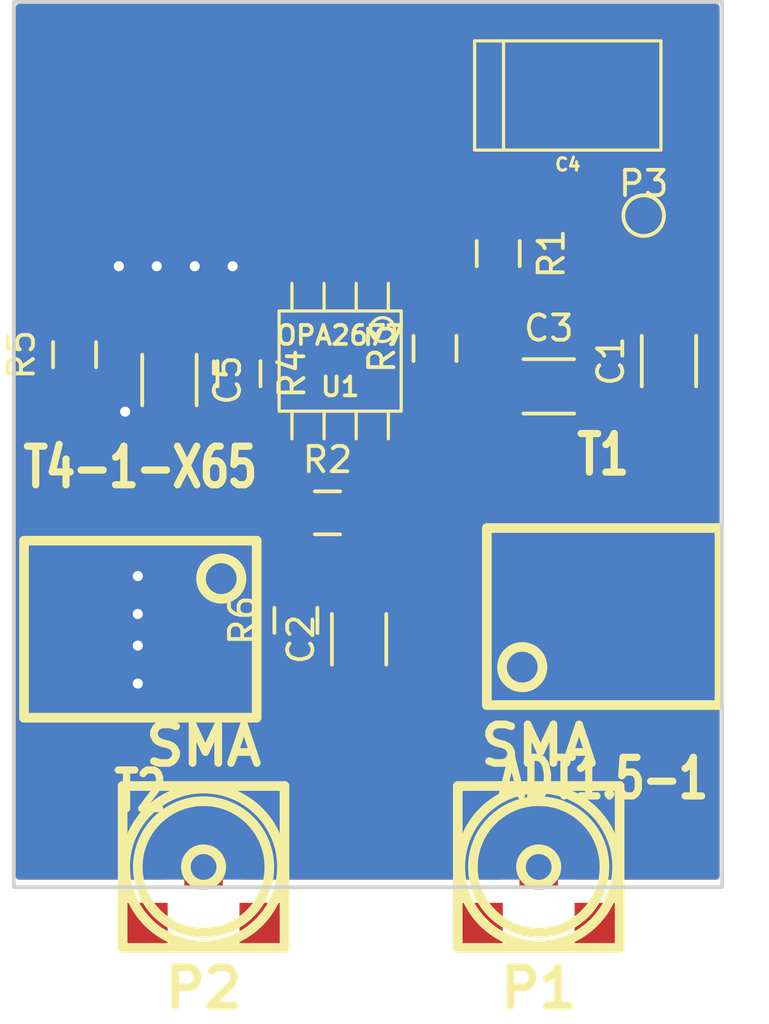
<source format=kicad_pcb>
(kicad_pcb (version 20221018) (generator pcbnew)
  (layers (0 "F.Cu" signal) (31 "B.Cu" signal) (34 "B.Paste" user) (35 "F.Paste" user) (36 "B.SilkS" user "B.Silkscreen") (37 "F.SilkS" user "F.Silkscreen") (38 "B.Mask" user) (39 "F.Mask" user) (44 "Edge.Cuts" user))
  (net 0 "")
  (net 1 "Net-(C1-Pad1)")
  (net 2 "Net-(C1-Pad2)")
  (net 3 "Net-(C2-Pad1)")
  (net 4 "Net-(C2-Pad2)")
  (net 5 "+12V")
  (net 6 "GND")
  (net 7 "Net-(C5-Pad1)")
  (net 8 "Net-(P1-Pad1)")
  (net 9 "Net-(P2-Pad1)")
  (net 10 "Net-(R1-Pad1)")
  (net 11 "Net-(R2-Pad1)")
  (net 12 "Net-(R5-Pad1)")
  (net 13 "Net-(R6-Pad1)")
  (footprint "Resistors_SMD:R_1206_HandSoldering" (layer "F.Cu") (at 166.35 101.3 90)
    (fp_text reference "C1" (at 0 -2.3 90) (layer "F.SilkS"))
    (fp_text value ".1uF")
    (fp_line (start -1 -1.075) (end 1 -1.075) (stroke (width 0.15)) (layer "F.SilkS"))
    (fp_line (start 1 1.075) (end -1 1.075) (stroke (width 0.15)) (layer "F.SilkS"))
    (pad "1" smd rect (at -2 0 90) (size 2 1.7) (layers "F.Cu" "F.Paste" "F.Mask") (net 1 "Net-(C1-Pad1)"))
    (pad "2" smd rect (at 2 0 90) (size 2 1.7) (layers "F.Cu" "F.Paste" "F.Mask") (net 2 "Net-(C1-Pad2)"))
  )
  (footprint "Resistors_SMD:R_1206_HandSoldering" (layer "F.Cu") (at 154.1 112.3 90)
    (fp_text reference "C2" (at 0 -2.3 90) (layer "F.SilkS"))
    (fp_text value ".1uF")
    (fp_line (start -1 -1.075) (end 1 -1.075) (stroke (width 0.15)) (layer "F.SilkS"))
    (fp_line (start 1 1.075) (end -1 1.075) (stroke (width 0.15)) (layer "F.SilkS"))
    (pad "1" smd rect (at -2 0 90) (size 2 1.7) (layers "F.Cu" "F.Paste" "F.Mask") (net 3 "Net-(C2-Pad1)"))
    (pad "2" smd rect (at 2 0 90) (size 2 1.7) (layers "F.Cu" "F.Paste" "F.Mask") (net 4 "Net-(C2-Pad2)"))
  )
  (footprint "Resistors_SMD:R_1206_HandSoldering" (layer "F.Cu") (at 161.6 102.3)
    (fp_text reference "C3" (at 0 -2.3) (layer "F.SilkS"))
    (fp_text value ".1uF")
    (fp_line (start -1 -1.075) (end 1 -1.075) (stroke (width 0.15)) (layer "F.SilkS"))
    (fp_line (start 1 1.075) (end -1 1.075) (stroke (width 0.15)) (layer "F.SilkS"))
    (pad "1" smd rect (at -2 0) (size 2 1.7) (layers "F.Cu" "F.Paste" "F.Mask") (net 5 "+12V"))
    (pad "2" smd rect (at 2 0) (size 2 1.7) (layers "F.Cu" "F.Paste" "F.Mask") (net 6 "GND"))
  )
  (footprint "smd_cap:c_tant_D" (layer "F.Cu") (at 162.35 90.8 180)
    (fp_text reference "C4" (at 0 -2.7305 180) (layer "F.SilkS") (effects (font (size 0.50038 0.50038) (thickness 0.11938))))
    (fp_text value "6.8uF" hide)
    (fp_line (start -3.683 -2.159) (end -3.683 2.159) (stroke (width 0.127)) (layer "F.SilkS"))
    (fp_line (start -3.683 2.159) (end 3.683 2.159) (stroke (width 0.127)) (layer "F.SilkS"))
    (fp_line (start 2.54 -2.159) (end 2.54 2.159) (stroke (width 0.127)) (layer "F.SilkS"))
    (fp_line (start 3.683 -2.159) (end -3.683 -2.159) (stroke (width 0.127)) (layer "F.SilkS"))
    (fp_line (start 3.683 2.159) (end 3.683 -2.159) (stroke (width 0.127)) (layer "F.SilkS"))
    (pad "1" smd rect (at -2.99974 0 180) (size 2.55016 3.79984) (layers "F.Cu" "F.Paste" "F.Mask") (net 5 "+12V"))
    (pad "2" smd rect (at 2.99974 0 180) (size 2.55016 2.70002) (layers "F.Cu" "F.Paste" "F.Mask") (net 6 "GND"))
  )
  (footprint "Resistors_SMD:R_1206_HandSoldering" (layer "F.Cu") (at 146.6 102.05 -90)
    (fp_text reference "C5" (at 0 -2.3 270) (layer "F.SilkS"))
    (fp_text value ".1uF")
    (fp_line (start -1 -1.075) (end 1 -1.075) (stroke (width 0.15)) (layer "F.SilkS"))
    (fp_line (start 1 1.075) (end -1 1.075) (stroke (width 0.15)) (layer "F.SilkS"))
    (pad "1" smd rect (at -2 0 270) (size 2 1.7) (layers "F.Cu" "F.Paste" "F.Mask") (net 7 "Net-(C5-Pad1)"))
    (pad "2" smd rect (at 2 0 270) (size 2 1.7) (layers "F.Cu" "F.Paste" "F.Mask") (net 6 "GND"))
  )
  (footprint "conn_rf:sma_smd_73251-135x" (layer "F.Cu") (at 161.2 121.3)
    (fp_text reference "P1" (at 0 4.8) (layer "F.SilkS") (effects (font (size 1.524 1.524) (thickness 0.3048))))
    (fp_text value "SMA" (at 0 -4.8) (layer "F.SilkS") (effects (font (size 1.524 1.524) (thickness 0.3048))))
    (fp_line (start -3.2 -3.2) (end -3.2 3.2) (stroke (width 0.381)) (layer "F.SilkS"))
    (fp_line (start -3.2 -3.2) (end 3.2 -3.2) (stroke (width 0.381)) (layer "F.SilkS"))
    (fp_line (start 3.2 -3.2) (end 3.2 3.2) (stroke (width 0.381)) (layer "F.SilkS"))
    (fp_line (start 3.2 3.2) (end -3.2 3.2) (stroke (width 0.381)) (layer "F.SilkS"))
    (fp_circle (center 0 0) (end -3.1 0) (stroke (width 0.381)) (fill none) (layer "F.SilkS"))
    (fp_circle (center 0 0) (end -2.6 0) (stroke (width 0.381)) (fill none) (layer "F.SilkS"))
    (fp_circle (center 0 0) (end -0.7 0) (stroke (width 0.381)) (fill none) (layer "F.SilkS"))
    (pad "1" smd rect (at 0 0) (size 1.52 1.52) (layers "F.Cu" "F.Paste" "F.Mask") (net 8 "Net-(P1-Pad1)"))
    (pad "2" smd rect (at -2.375 -2.375) (size 1.91 1.91) (layers "F.Cu" "F.Paste" "F.Mask") (net 6 "GND"))
    (pad "2" smd rect (at -2.375 2.375) (size 1.91 1.91) (layers "F.Cu" "F.Paste" "F.Mask") (net 6 "GND"))
    (pad "2" smd rect (at 2.375 2.375) (size 1.91 1.91) (layers "F.Cu" "F.Paste" "F.Mask") (net 6 "GND"))
    (pad "2" smd rect (at 2.8 -2.5) (size 1.91 1.91) (layers "F.Cu" "F.Paste" "F.Mask") (net 6 "GND"))
  )
  (footprint "conn_rf:sma_smd_73251-135x" (layer "F.Cu") (at 147.95 121.3)
    (fp_text reference "P2" (at 0 4.8) (layer "F.SilkS") (effects (font (size 1.524 1.524) (thickness 0.3048))))
    (fp_text value "SMA" (at 0 -4.8) (layer "F.SilkS") (effects (font (size 1.524 1.524) (thickness 0.3048))))
    (fp_line (start -3.2 -3.2) (end -3.2 3.2) (stroke (width 0.381)) (layer "F.SilkS"))
    (fp_line (start -3.2 -3.2) (end 3.2 -3.2) (stroke (width 0.381)) (layer "F.SilkS"))
    (fp_line (start 3.2 -3.2) (end 3.2 3.2) (stroke (width 0.381)) (layer "F.SilkS"))
    (fp_line (start 3.2 3.2) (end -3.2 3.2) (stroke (width 0.381)) (layer "F.SilkS"))
    (fp_circle (center 0 0) (end -3.1 0) (stroke (width 0.381)) (fill none) (layer "F.SilkS"))
    (fp_circle (center 0 0) (end -2.6 0) (stroke (width 0.381)) (fill none) (layer "F.SilkS"))
    (fp_circle (center 0 0) (end -0.7 0) (stroke (width 0.381)) (fill none) (layer "F.SilkS"))
    (pad "1" smd rect (at 0 0) (size 1.52 1.52) (layers "F.Cu" "F.Paste" "F.Mask") (net 9 "Net-(P2-Pad1)"))
    (pad "2" smd rect (at -2.375 -2.375) (size 1.91 1.91) (layers "F.Cu" "F.Paste" "F.Mask") (net 6 "GND"))
    (pad "2" smd rect (at -2.375 2.375) (size 1.91 1.91) (layers "F.Cu" "F.Paste" "F.Mask") (net 6 "GND"))
    (pad "2" smd rect (at 2.375 2.375) (size 1.91 1.91) (layers "F.Cu" "F.Paste" "F.Mask") (net 6 "GND"))
    (pad "2" smd rect (at 2.65 -2.25) (size 1.91 1.91) (layers "F.Cu" "F.Paste" "F.Mask") (net 6 "GND"))
  )
  (footprint "Capacitors_SMD:C_0805_HandSoldering" (layer "F.Cu") (at 159.6 97.05 -90)
    (fp_text reference "R1" (at 0 -2.1 270) (layer "F.SilkS"))
    (fp_text value "422")
    (fp_line (start -0.5 0.85) (end 0.5 0.85) (stroke (width 0.15)) (layer "F.SilkS"))
    (fp_line (start 0.5 -0.85) (end -0.5 -0.85) (stroke (width 0.15)) (layer "F.SilkS"))
    (pad "1" smd rect (at -1.25 0 270) (size 1.5 1.25) (layers "F.Cu" "F.Paste" "F.Mask") (net 10 "Net-(R1-Pad1)"))
    (pad "2" smd rect (at 1.25 0 270) (size 1.5 1.25) (layers "F.Cu" "F.Paste" "F.Mask") (net 2 "Net-(C1-Pad2)"))
  )
  (footprint "Capacitors_SMD:C_0805_HandSoldering" (layer "F.Cu") (at 152.85 107.3)
    (fp_text reference "R2" (at 0 -2.1) (layer "F.SilkS"))
    (fp_text value "422")
    (fp_line (start -0.5 0.85) (end 0.5 0.85) (stroke (width 0.15)) (layer "F.SilkS"))
    (fp_line (start 0.5 -0.85) (end -0.5 -0.85) (stroke (width 0.15)) (layer "F.SilkS"))
    (pad "1" smd rect (at -1.25 0) (size 1.5 1.25) (layers "F.Cu" "F.Paste" "F.Mask") (net 11 "Net-(R2-Pad1)"))
    (pad "2" smd rect (at 1.25 0) (size 1.5 1.25) (layers "F.Cu" "F.Paste" "F.Mask") (net 4 "Net-(C2-Pad2)"))
  )
  (footprint "Capacitors_SMD:C_0805_HandSoldering" (layer "F.Cu") (at 157.1 100.8 90)
    (fp_text reference "R3" (at 0 -2.1 90) (layer "F.SilkS"))
    (fp_text value "1k")
    (fp_line (start -0.5 0.85) (end 0.5 0.85) (stroke (width 0.15)) (layer "F.SilkS"))
    (fp_line (start 0.5 -0.85) (end -0.5 -0.85) (stroke (width 0.15)) (layer "F.SilkS"))
    (pad "1" smd rect (at -1.25 0 90) (size 1.5 1.25) (layers "F.Cu" "F.Paste" "F.Mask") (net 5 "+12V"))
    (pad "2" smd rect (at 1.25 0 90) (size 1.5 1.25) (layers "F.Cu" "F.Paste" "F.Mask") (net 7 "Net-(C5-Pad1)"))
  )
  (footprint "Capacitors_SMD:C_0805_HandSoldering" (layer "F.Cu") (at 149.35 101.8 -90)
    (fp_text reference "R4" (at 0 -2.1 270) (layer "F.SilkS"))
    (fp_text value "1k")
    (fp_line (start -0.5 0.85) (end 0.5 0.85) (stroke (width 0.15)) (layer "F.SilkS"))
    (fp_line (start 0.5 -0.85) (end -0.5 -0.85) (stroke (width 0.15)) (layer "F.SilkS"))
    (pad "1" smd rect (at -1.25 0 270) (size 1.5 1.25) (layers "F.Cu" "F.Paste" "F.Mask") (net 7 "Net-(C5-Pad1)"))
    (pad "2" smd rect (at 1.25 0 270) (size 1.5 1.25) (layers "F.Cu" "F.Paste" "F.Mask") (net 6 "GND"))
  )
  (footprint "Capacitors_SMD:C_0805_HandSoldering" (layer "F.Cu") (at 142.85 101.05 90)
    (fp_text reference "R5" (at 0 -2.1 90) (layer "F.SilkS"))
    (fp_text value "100")
    (fp_line (start -0.5 0.85) (end 0.5 0.85) (stroke (width 0.15)) (layer "F.SilkS"))
    (fp_line (start 0.5 -0.85) (end -0.5 -0.85) (stroke (width 0.15)) (layer "F.SilkS"))
    (pad "1" smd rect (at -1.25 0 90) (size 1.5 1.25) (layers "F.Cu" "F.Paste" "F.Mask") (net 12 "Net-(R5-Pad1)"))
    (pad "2" smd rect (at 1.25 0 90) (size 1.5 1.25) (layers "F.Cu" "F.Paste" "F.Mask") (net 10 "Net-(R1-Pad1)"))
  )
  (footprint "Capacitors_SMD:C_0805_HandSoldering" (layer "F.Cu") (at 151.6 111.55 90)
    (fp_text reference "R6" (at 0 -2.1 90) (layer "F.SilkS"))
    (fp_text value "100")
    (fp_line (start -0.5 0.85) (end 0.5 0.85) (stroke (width 0.15)) (layer "F.SilkS"))
    (fp_line (start 0.5 -0.85) (end -0.5 -0.85) (stroke (width 0.15)) (layer "F.SilkS"))
    (pad "1" smd rect (at -1.25 0 90) (size 1.5 1.25) (layers "F.Cu" "F.Paste" "F.Mask") (net 13 "Net-(R6-Pad1)"))
    (pad "2" smd rect (at 1.25 0 90) (size 1.5 1.25) (layers "F.Cu" "F.Paste" "F.Mask") (net 11 "Net-(R2-Pad1)"))
  )
  (footprint "smd_dil:mdip_6" (layer "F.Cu") (at 163.75 111.4)
    (fp_text reference "T1" (at 0 -6.4008) (layer "F.SilkS") (effects (font (size 1.524 1.143) (thickness 0.28702))))
    (fp_text value "ADT1.5-1" (at 0 6.4008) (layer "F.SilkS") (effects (font (size 1.524 1.143) (thickness 0.28702))))
    (fp_line (start -4.6 -3.5) (end -4.6 3.5) (stroke (width 0.381)) (layer "F.SilkS"))
    (fp_line (start -4.6 3.5) (end 4.6 3.5) (stroke (width 0.381)) (layer "F.SilkS"))
    (fp_line (start 4.6 -3.5) (end -4.6 -3.5) (stroke (width 0.381)) (layer "F.SilkS"))
    (fp_line (start 4.6 3.5) (end 4.6 -3.5) (stroke (width 0.381)) (layer "F.SilkS"))
    (fp_circle (center -3.2 2) (end -4 2) (stroke (width 0.381)) (fill none) (layer "F.SilkS"))
    (pad "1" smd rect (at -2.54 4.50596) (size 1.8 1.5) (layers "F.Cu" "F.Paste" "F.Mask") (net 8 "Net-(P1-Pad1)"))
    (pad "2" smd rect (at 0 4.50596) (size 1.8 1.5) (layers "F.Cu" "F.Paste" "F.Mask") (net 6 "GND"))
    (pad "3" smd rect (at 2.54 4.50596) (size 1.8 1.5) (layers "F.Cu" "F.Paste" "F.Mask") (net 6 "GND"))
    (pad "4" smd rect (at 2.54 -4.50596) (size 1.8 1.5) (layers "F.Cu" "F.Paste" "F.Mask") (net 1 "Net-(C1-Pad1)"))
    (pad "5" smd rect (at 0 -4.50596) (size 1.8 1.5) (layers "F.Cu" "F.Paste" "F.Mask") (net 6 "GND"))
    (pad "6" smd rect (at -2.54 -4.5) (size 1.8 1.5) (layers "F.Cu" "F.Paste" "F.Mask") (net 3 "Net-(C2-Pad1)"))
  )
  (footprint "smd_dil:mdip_6" (layer "F.Cu") (at 145.45 111.9 180)
    (fp_text reference "T2" (at 0 -6.4008 180) (layer "F.SilkS") (effects (font (size 1.524 1.143) (thickness 0.28702))))
    (fp_text value "T4-1-X65" (at 0 6.4008 180) (layer "F.SilkS") (effects (font (size 1.524 1.143) (thickness 0.28702))))
    (fp_line (start -4.6 -3.5) (end -4.6 3.5) (stroke (width 0.381)) (layer "F.SilkS"))
    (fp_line (start -4.6 3.5) (end 4.6 3.5) (stroke (width 0.381)) (layer "F.SilkS"))
    (fp_line (start 4.6 -3.5) (end -4.6 -3.5) (stroke (width 0.381)) (layer "F.SilkS"))
    (fp_line (start 4.6 3.5) (end 4.6 -3.5) (stroke (width 0.381)) (layer "F.SilkS"))
    (fp_circle (center -3.2 2) (end -4 2) (stroke (width 0.381)) (fill none) (layer "F.SilkS"))
    (pad "1" smd rect (at -2.54 4.50596 180) (size 1.8 1.5) (layers "F.Cu" "F.Paste" "F.Mask") (net 13 "Net-(R6-Pad1)"))
    (pad "2" smd rect (at 0 4.50596 180) (size 1.8 1.5) (layers "F.Cu" "F.Paste" "F.Mask"))
    (pad "3" smd rect (at 2.54 4.50596 180) (size 1.8 1.5) (layers "F.Cu" "F.Paste" "F.Mask") (net 12 "Net-(R5-Pad1)"))
    (pad "4" smd rect (at 2.54 -4.50596 180) (size 1.8 1.5) (layers "F.Cu" "F.Paste" "F.Mask") (net 6 "GND"))
    (pad "5" smd rect (at 0 -4.50596 180) (size 1.8 1.5) (layers "F.Cu" "F.Paste" "F.Mask") (net 6 "GND"))
    (pad "6" smd rect (at -2.54 -4.5 180) (size 1.8 1.5) (layers "F.Cu" "F.Paste" "F.Mask") (net 9 "Net-(P2-Pad1)"))
  )
  (footprint "smd_dil:so-8" (layer "F.Cu") (at 153.35 101.3 180)
    (fp_text reference "U1" (at 0 -1.016 180) (layer "F.SilkS") (effects (font (size 0.7493 0.7493) (thickness 0.14986))))
    (fp_text value "OPA2677" (at 0 1.016 180) (layer "F.SilkS") (effects (font (size 0.7493 0.7493) (thickness 0.14986))))
    (fp_line (start -2.413 -1.9812) (end -2.413 1.9812) (stroke (width 0.127)) (layer "F.SilkS"))
    (fp_line (start -2.413 1.9812) (end 2.413 1.9812) (stroke (width 0.127)) (layer "F.SilkS"))
    (fp_line (start -1.905 -1.9812) (end -1.905 -3.0734) (stroke (width 0.127)) (layer "F.SilkS"))
    (fp_line (start -1.905 3.0734) (end -1.905 1.9812) (stroke (width 0.127)) (layer "F.SilkS"))
    (fp_line (start -0.635 -1.9812) (end -0.635 -3.0734) (stroke (width 0.127)) (layer "F.SilkS"))
    (fp_line (start -0.635 3.0734) (end -0.635 1.9812) (stroke (width 0.127)) (layer "F.SilkS"))
    (fp_line (start 0.635 -1.9812) (end 0.635 -3.0734) (stroke (width 0.127)) (layer "F.SilkS"))
    (fp_line (start 0.635 3.0734) (end 0.635 1.9812) (stroke (width 0.127)) (layer "F.SilkS"))
    (fp_line (start 1.905 -3.0734) (end 1.905 -1.9812) (stroke (width 0.127)) (layer "F.SilkS"))
    (fp_line (start 1.905 1.9812) (end 1.905 3.0734) (stroke (width 0.127)) (layer "F.SilkS"))
    (fp_line (start 2.413 -1.9812) (end -2.413 -1.9812) (stroke (width 0.127)) (layer "F.SilkS"))
    (fp_line (start 2.413 1.9812) (end 2.413 -1.9812) (stroke (width 0.127)) (layer "F.SilkS"))
    (fp_circle (center -1.6764 1.2446) (end -1.9558 1.6256) (stroke (width 0.127)) (fill none) (layer "F.SilkS"))
    (pad "1" smd rect (at -1.905 2.794 180) (size 0.9 1.99898) (layers "F.Cu" "F.Paste" "F.Mask") (net 2 "Net-(C1-Pad2)"))
    (pad "2" smd rect (at -0.635 2.794 180) (size 0.9 1.99898) (layers "F.Cu" "F.Paste" "F.Mask") (net 10 "Net-(R1-Pad1)"))
    (pad "3" smd rect (at 0.635 2.794 180) (size 0.9 1.99898) (layers "F.Cu" "F.Paste" "F.Mask") (net 7 "Net-(C5-Pad1)"))
    (pad "4" smd rect (at 1.905 2.794 180) (size 0.9 1.99898) (layers "F.Cu" "F.Paste" "F.Mask") (net 6 "GND"))
    (pad "5" smd rect (at 1.905 -2.794 180) (size 0.9 1.99898) (layers "F.Cu" "F.Paste" "F.Mask") (net 7 "Net-(C5-Pad1)"))
    (pad "6" smd rect (at 0.635 -2.794 180) (size 0.9 1.99898) (layers "F.Cu" "F.Paste" "F.Mask") (net 11 "Net-(R2-Pad1)"))
    (pad "7" smd rect (at -0.635 -2.794 180) (size 0.9 1.99898) (layers "F.Cu" "F.Paste" "F.Mask") (net 4 "Net-(C2-Pad2)"))
    (pad "8" smd rect (at -1.905 -2.794 180) (size 0.9 1.99898) (layers "F.Cu" "F.Paste" "F.Mask") (net 5 "+12V"))
  )
  (footprint "Connect:PINTST" (layer "F.Cu") (at 165.35 95.55)
    (fp_text reference "P3" (at 0 -1.26746) (layer "F.SilkS"))
    (fp_text value "CONN_01X01")
    (fp_circle (center 0 0) (end -0.254 -0.762) (stroke (width 0.15)) (fill none) (layer "F.SilkS"))
    (pad "1" smd circle (at 0 0) (size 3 3) (layers "F.Cu" "F.Paste" "F.Mask") (net 5 "+12V"))
  )
  (gr_line (start 140.45 122.1) (end 140.45 87.1) (stroke (width 0.15)) (layer "Edge.Cuts"))
  (gr_line (start 168.45 122.1) (end 140.45 122.1) (stroke (width 0.15)) (layer "Edge.Cuts"))
  (gr_line (start 168.45 87.1) (end 168.45 122.1) (stroke (width 0.15)) (layer "Edge.Cuts"))
  (gr_line (start 140.45 87.1) (end 168.45 87.1) (stroke (width 0.15)) (layer "Edge.Cuts"))
  (segment (start 166.35 103.3) (end 166.35 106.83404) (width 1.5) (layer "F.Cu") (net 1))
  (segment (start 166.35 106.83404) (end 166.29 106.89404) (width 1.5) (layer "F.Cu") (net 1))
  (segment (start 159.6 98.3) (end 163.85 98.3) (width 1.5) (layer "F.Cu") (net 2))
  (segment (start 164.85 99.3) (end 166.35 99.3) (width 1.5) (layer "F.Cu") (net 2))
  (segment (start 163.85 98.3) (end 164.85 99.3) (width 1.5) (layer "F.Cu") (net 2))
  (segment (start 159.6 98.3) (end 159.1 98.3) (width 0.6) (layer "F.Cu") (net 2))
  (segment (start 159.1 98.3) (end 158.85 98.05) (width 0.6) (layer "F.Cu") (net 2))
  (segment (start 155.711 98.05) (end 155.255 98.506) (width 0.6) (layer "F.Cu") (net 2))
  (segment (start 158.85 98.05) (end 155.711 98.05) (width 0.6) (layer "F.Cu") (net 2))
  (segment (start 155.255 98.506) (end 155.394 98.506) (width 0.6) (layer "F.Cu") (net 2))
  (segment (start 155.255 98.506) (end 155.255 98.395) (width 0.6) (layer "F.Cu") (net 2))
  (segment (start 161.21 106.9) (end 161.21 111.44) (width 1.5) (layer "F.Cu") (net 3))
  (segment (start 158.35 114.3) (end 154.1 114.3) (width 1.5) (layer "F.Cu") (net 3))
  (segment (start 161.21 111.44) (end 158.35 114.3) (width 1.5) (layer "F.Cu") (net 3))
  (segment (start 154.1 107.3) (end 154.1 110.3) (width 1.5) (layer "F.Cu") (net 4))
  (segment (start 154.1 107.3) (end 154.1 104.209) (width 0.6) (layer "F.Cu") (net 4))
  (segment (start 154.1 104.209) (end 153.985 104.094) (width 0.6) (layer "F.Cu") (net 4))
  (segment (start 157.1 102.05) (end 157.6 106.3) (width 1.5) (layer "F.Cu") (net 5))
  (segment (start 157.6 106.3) (end 157.6 110.55) (width 3) (layer "F.Cu") (net 5))
  (segment (start 165.35 95.55) (end 165.35 90.80026) (width 1.5) (layer "F.Cu") (net 5))
  (segment (start 165.35 90.80026) (end 165.34974 90.8) (width 1.5) (layer "F.Cu") (net 5))
  (segment (start 157.1 102.05) (end 159.35 102.05) (width 1.5) (layer "F.Cu") (net 5))
  (segment (start 159.35 102.05) (end 159.6 102.3) (width 1.5) (layer "F.Cu") (net 5))
  (segment (start 155.255 104.094) (end 155.255 103.895) (width 0.6) (layer "F.Cu") (net 5))
  (segment (start 155.255 103.895) (end 157.1 102.05) (width 0.6) (layer "F.Cu") (net 5))
  (segment (start 157.1 102.05) (end 157.35 102.05) (width 0.6) (layer "F.Cu") (net 5))
  (segment (start 145.45 116.40596) (end 145.45 114.15) (width 0.25) (layer "F.Cu") (net 6))
  (segment (start 145.35 112.55) (end 145.35 111.3) (width 0.25) (layer "F.Cu") (net 6))
  (segment (start 145.45 114.15) (end 145.35 114.05) (width 0.25) (layer "F.Cu") (net 6))
  (segment (start 146.6 104.3) (end 145.85 104.3) (width 0.25) (layer "F.Cu") (net 6))
  (segment (start 145.85 104.3) (end 144.85 103.3) (width 0.25) (layer "F.Cu") (net 6))
  (segment (start 144.6 97.55) (end 146.1 97.55) (width 0.25) (layer "F.Cu") (net 6))
  (segment (start 147.6 97.55) (end 149.1 97.55) (width 0.25) (layer "F.Cu") (net 6))
  (segment (start 143.475 118.925) (end 145.575 118.925) (width 2) (layer "F.Cu") (net 6))
  (segment (start 142.91 119.49) (end 143.475 118.925) (width 2) (layer "F.Cu") (net 6))
  (segment (start 163.75 118.6) (end 163.425 118.925) (width 1) (layer "F.Cu") (net 6))
  (segment (start 142.91 119.49) (end 142.85 119.55) (width 1) (layer "F.Cu") (net 6))
  (segment (start 145.45 118.8) (end 145.575 118.925) (width 1) (layer "F.Cu") (net 6))
  (via (at 145.35 109.8) (size 0.6) (drill 0.4) (layers "F.Cu" "B.Cu") (net 6))
  (via (at 145.35 111.3) (size 0.6) (drill 0.4) (layers "F.Cu" "B.Cu") (net 6))
  (via (at 145.35 112.55) (size 0.6) (drill 0.4) (layers "F.Cu" "B.Cu") (net 6))
  (via (at 145.35 114.05) (size 0.6) (drill 0.4) (layers "F.Cu" "B.Cu") (net 6))
  (via (at 144.85 103.3) (size 0.6) (drill 0.4) (layers "F.Cu" "B.Cu") (net 6))
  (via (at 144.6 97.55) (size 0.6) (drill 0.4) (layers "F.Cu" "B.Cu") (net 6))
  (via (at 146.1 97.55) (size 0.6) (drill 0.4) (layers "F.Cu" "B.Cu") (net 6))
  (via (at 147.6 97.55) (size 0.6) (drill 0.4) (layers "F.Cu" "B.Cu") (net 6))
  (via (at 149.1 97.55) (size 0.6) (drill 0.4) (layers "F.Cu" "B.Cu") (net 6))
  (segment (start 145.35 111.3) (end 145.35 109.8) (width 0.25) (layer "B.Cu") (net 6))
  (segment (start 145.35 114.05) (end 145.35 112.55) (width 0.25) (layer "B.Cu") (net 6))
  (segment (start 144.85 103.3) (end 144.6 103.05) (width 0.25) (layer "B.Cu") (net 6))
  (segment (start 144.6 103.05) (end 144.6 97.55) (width 0.25) (layer "B.Cu") (net 6))
  (segment (start 146.1 97.55) (end 147.6 97.55) (width 0.25) (layer "B.Cu") (net 6))
  (segment (start 151.445 102.3) (end 151.445 101.645) (width 0.6) (layer "F.Cu") (net 7))
  (segment (start 150.35 100.55) (end 149.35 100.55) (width 0.6) (layer "F.Cu") (net 7))
  (segment (start 151.445 101.645) (end 150.35 100.55) (width 0.6) (layer "F.Cu") (net 7))
  (segment (start 146.6 100.05) (end 148.85 100.05) (width 1) (layer "F.Cu") (net 7))
  (segment (start 148.85 100.05) (end 149.35 100.55) (width 1) (layer "F.Cu") (net 7))
  (segment (start 151.445 104.094) (end 151.445 103.395) (width 0.6) (layer "F.Cu") (net 7))
  (segment (start 152.715 100.8) (end 155.6 100.8) (width 0.6) (layer "F.Cu") (net 7))
  (segment (start 155.6 100.8) (end 156.85 99.55) (width 0.6) (layer "F.Cu") (net 7))
  (segment (start 156.85 99.55) (end 157.1 99.55) (width 0.6) (layer "F.Cu") (net 7))
  (segment (start 152.715 98.506) (end 152.715 100.8) (width 0.6) (layer "F.Cu") (net 7))
  (segment (start 152.715 100.8) (end 152.715 100.935) (width 0.6) (layer "F.Cu") (net 7))
  (segment (start 151.445 102.205) (end 151.445 102.3) (width 0.6) (layer "F.Cu") (net 7))
  (segment (start 151.445 102.3) (end 151.445 104.094) (width 0.6) (layer "F.Cu") (net 7))
  (segment (start 152.715 100.935) (end 151.445 102.205) (width 0.6) (layer "F.Cu") (net 7))
  (segment (start 161.21 121.29) (end 161.2 121.3) (width 1.8) (layer "F.Cu") (net 8))
  (segment (start 161.21 115.90596) (end 161.21 121.29) (width 1.8) (layer "F.Cu") (net 8))
  (segment (start 147.99 121.26) (end 147.95 121.3) (width 1.8) (layer "F.Cu") (net 9))
  (segment (start 147.99 116.4) (end 147.99 121.26) (width 1.8) (layer "F.Cu") (net 9))
  (segment (start 142.85 99.8) (end 142.85 97.05) (width 1.5) (layer "F.Cu") (net 10))
  (segment (start 150.35 96.55) (end 153.985 96.55) (width 1.5) (layer "F.Cu") (net 10))
  (segment (start 149.85 96.05) (end 150.35 96.55) (width 1.5) (layer "F.Cu") (net 10))
  (segment (start 143.85 96.05) (end 149.85 96.05) (width 1.5) (layer "F.Cu") (net 10))
  (segment (start 142.85 97.05) (end 143.85 96.05) (width 1.5) (layer "F.Cu") (net 10))
  (segment (start 153.985 98.506) (end 153.985 96.55) (width 0.6) (layer "F.Cu") (net 10))
  (segment (start 153.985 96.55) (end 154.1 96.55) (width 0.6) (layer "F.Cu") (net 10))
  (segment (start 159.6 95.8) (end 157.85 95.8) (width 1.5) (layer "F.Cu") (net 10))
  (segment (start 157.1 96.55) (end 154.1 96.55) (width 1.5) (layer "F.Cu") (net 10))
  (segment (start 157.85 95.8) (end 157.1 96.55) (width 1.5) (layer "F.Cu") (net 10))
  (segment (start 151.6 110.3) (end 151.6 107.3) (width 1) (layer "F.Cu") (net 11))
  (segment (start 151.6 107.3) (end 151.6 107.05) (width 0.6) (layer "F.Cu") (net 11))
  (segment (start 151.6 107.05) (end 152.715 105.935) (width 0.6) (layer "F.Cu") (net 11))
  (segment (start 152.715 105.935) (end 152.715 104.094) (width 0.6) (layer "F.Cu") (net 11))
  (segment (start 142.85 102.3) (end 142.85 107.33404) (width 1.5) (layer "F.Cu") (net 12))
  (segment (start 142.85 107.33404) (end 142.91 107.39404) (width 1.5) (layer "F.Cu") (net 12))
  (segment (start 142.85 107.33404) (end 142.91 107.39404) (width 1.5) (layer "F.Cu") (net 12))
  (segment (start 147.99 107.39404) (end 147.99 111.19) (width 1) (layer "F.Cu") (net 13))
  (segment (start 149.6 112.8) (end 151.6 112.8) (width 1) (layer "F.Cu") (net 13))
  (segment (start 147.99 111.19) (end 149.6 112.8) (width 1) (layer "F.Cu") (net 13))
  (segment (start 147.85 107.25404) (end 147.99 107.39404) (width 1.5) (layer "F.Cu") (net 13))
  (zone (net 6) (net_name "GND") (layer "F.Cu") (connect_pads (clearance 0.508)) (min_thickness 0.254) (fill yes (thermal_gap 0.508) (thermal_bridge_width 0.508))
    (polygon (pts (xy 168.35 121.8) (xy 140.35 121.8) (xy 140.35 87.3) (xy 168.35 87.3)))
  )
  (zone (net 6) (net_name "GND") (layer "B.Cu") (connect_pads (clearance 0.508)) (min_thickness 0.254) (fill yes (thermal_gap 0.508) (thermal_bridge_width 0.508))
    (polygon (pts (xy 140.6 87.05) (xy 168.35 87.05) (xy 168.35 121.8) (xy 140.35 121.8) (xy 140.35 87.3)))
  )
)
</source>
